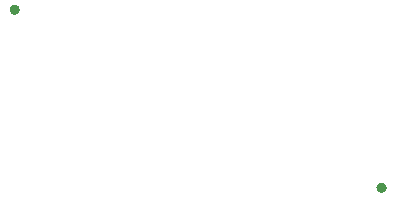
<source format=gbr>
G04 #@! TF.GenerationSoftware,KiCad,Pcbnew,(5.1.2)-1*
G04 #@! TF.CreationDate,2019-05-21T13:02:40-03:00*
G04 #@! TF.ProjectId,trololo,74726f6c-6f6c-46f2-9e6b-696361645f70,rev?*
G04 #@! TF.SameCoordinates,Original*
G04 #@! TF.FileFunction,Glue,Top*
G04 #@! TF.FilePolarity,Positive*
%FSLAX46Y46*%
G04 Gerber Fmt 4.6, Leading zero omitted, Abs format (unit mm)*
G04 Created by KiCad (PCBNEW (5.1.2)-1) date 2019-05-21 13:02:40*
%MOMM*%
%LPD*%
G04 APERTURE LIST*
%ADD10C,0.100000*%
%ADD11C,0.133333*%
%ADD12C,0.186667*%
G04 APERTURE END LIST*
D10*
X145309540Y-63284100D02*
G75*
G03X145309540Y-63284100I-400000J0D01*
G01*
D11*
X145242873Y-63284100D02*
G75*
G03X145242873Y-63284100I-333333J0D01*
G01*
X145122873Y-63284100D02*
G75*
G03X145122873Y-63284100I-213333J0D01*
G01*
D12*
X145002873Y-63284100D02*
G75*
G03X145002873Y-63284100I-93333J0D01*
G01*
D10*
X114255500Y-48196500D02*
G75*
G03X114255500Y-48196500I-400000J0D01*
G01*
D11*
X114188833Y-48196500D02*
G75*
G03X114188833Y-48196500I-333333J0D01*
G01*
X114068833Y-48196500D02*
G75*
G03X114068833Y-48196500I-213333J0D01*
G01*
D12*
X113948833Y-48196500D02*
G75*
G03X113948833Y-48196500I-93333J0D01*
G01*
M02*

</source>
